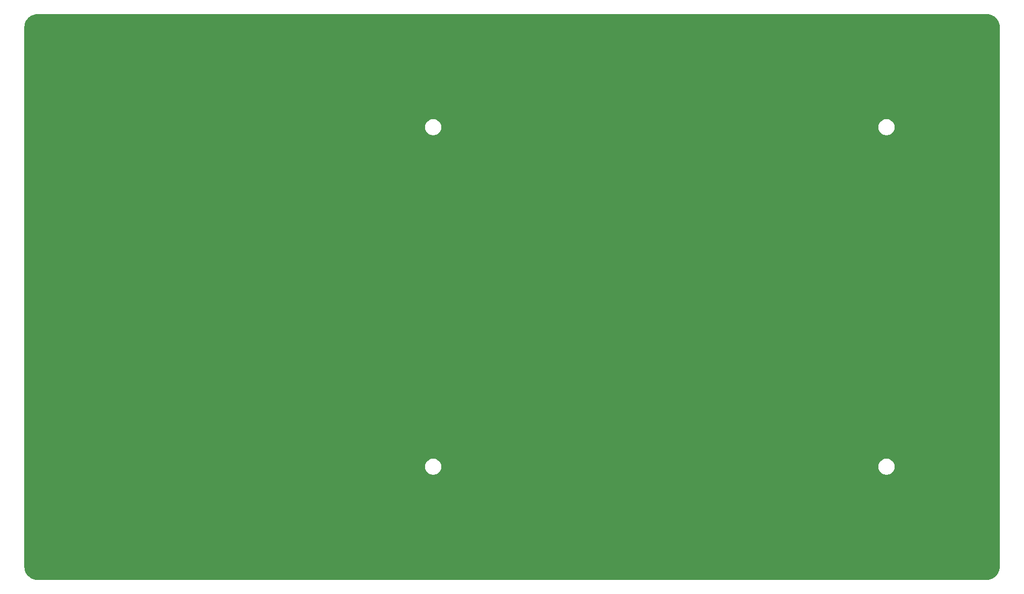
<source format=gbr>
%TF.GenerationSoftware,KiCad,Pcbnew,9.0.5-9.0.5~ubuntu24.04.1*%
%TF.CreationDate,2025-11-03T21:55:38+08:00*%
%TF.ProjectId,TPS,5450532e-6b69-4636-9164-5f7063625858,rev?*%
%TF.SameCoordinates,Original*%
%TF.FileFunction,Copper,L1,Top*%
%TF.FilePolarity,Positive*%
%FSLAX46Y46*%
G04 Gerber Fmt 4.6, Leading zero omitted, Abs format (unit mm)*
G04 Created by KiCad (PCBNEW 9.0.5-9.0.5~ubuntu24.04.1) date 2025-11-03 21:55:38*
%MOMM*%
%LPD*%
G01*
G04 APERTURE LIST*
G04 APERTURE END LIST*
%TA.AperFunction,NonConductor*%
G36*
X200228736Y-29000726D02*
G01*
X200461068Y-29014779D01*
X200469729Y-29015611D01*
X200521126Y-29022377D01*
X200527239Y-29023339D01*
X200729220Y-29060353D01*
X200738960Y-29062547D01*
X200782404Y-29074187D01*
X200787176Y-29075569D01*
X200990605Y-29138961D01*
X201001158Y-29142782D01*
X201028927Y-29154284D01*
X201032340Y-29155757D01*
X201240319Y-29249360D01*
X201253575Y-29256318D01*
X201339020Y-29307971D01*
X201468045Y-29385970D01*
X201480356Y-29394468D01*
X201677636Y-29549027D01*
X201688844Y-29558957D01*
X201866042Y-29736155D01*
X201875972Y-29747363D01*
X202030527Y-29944637D01*
X202039033Y-29956960D01*
X202168680Y-30171422D01*
X202175639Y-30184681D01*
X202269229Y-30392632D01*
X202270714Y-30396071D01*
X202282216Y-30423840D01*
X202286040Y-30434401D01*
X202349421Y-30637795D01*
X202350811Y-30642594D01*
X202362451Y-30686038D01*
X202364645Y-30695778D01*
X202401655Y-30897735D01*
X202402625Y-30903902D01*
X202409385Y-30955249D01*
X202410220Y-30963946D01*
X202424274Y-31196263D01*
X202424500Y-31203751D01*
X202424500Y-122046248D01*
X202424274Y-122053736D01*
X202410220Y-122286052D01*
X202409385Y-122294749D01*
X202402625Y-122346096D01*
X202401655Y-122352263D01*
X202364645Y-122554220D01*
X202362451Y-122563960D01*
X202350811Y-122607404D01*
X202349421Y-122612203D01*
X202286040Y-122815597D01*
X202282216Y-122826158D01*
X202270714Y-122853927D01*
X202269229Y-122857366D01*
X202175639Y-123065317D01*
X202168680Y-123078576D01*
X202039033Y-123293039D01*
X202030527Y-123305362D01*
X201875972Y-123502636D01*
X201866042Y-123513844D01*
X201688844Y-123691042D01*
X201677636Y-123700972D01*
X201480362Y-123855527D01*
X201468039Y-123864033D01*
X201253576Y-123993680D01*
X201240317Y-124000639D01*
X201032366Y-124094229D01*
X201028927Y-124095714D01*
X201001158Y-124107216D01*
X200990597Y-124111040D01*
X200787203Y-124174421D01*
X200782404Y-124175811D01*
X200738960Y-124187451D01*
X200729220Y-124189645D01*
X200527263Y-124226655D01*
X200521096Y-124227625D01*
X200469749Y-124234385D01*
X200461052Y-124235220D01*
X200237202Y-124248761D01*
X200228735Y-124249274D01*
X200221249Y-124249500D01*
X40664751Y-124249500D01*
X40657264Y-124249274D01*
X40647971Y-124248711D01*
X40424946Y-124235220D01*
X40416249Y-124234385D01*
X40364902Y-124227625D01*
X40358735Y-124226655D01*
X40156778Y-124189645D01*
X40147038Y-124187451D01*
X40103594Y-124175811D01*
X40098795Y-124174421D01*
X39895401Y-124111040D01*
X39884840Y-124107216D01*
X39857071Y-124095714D01*
X39853632Y-124094229D01*
X39645681Y-124000639D01*
X39632422Y-123993680D01*
X39417960Y-123864033D01*
X39405637Y-123855527D01*
X39208363Y-123700972D01*
X39197155Y-123691042D01*
X39019957Y-123513844D01*
X39010027Y-123502636D01*
X38855472Y-123305362D01*
X38846970Y-123293045D01*
X38768971Y-123164020D01*
X38717318Y-123078575D01*
X38710359Y-123065316D01*
X38616769Y-122857366D01*
X38615284Y-122853927D01*
X38603782Y-122826158D01*
X38599958Y-122815597D01*
X38565760Y-122705852D01*
X38536569Y-122612176D01*
X38535187Y-122607404D01*
X38523547Y-122563960D01*
X38521353Y-122554220D01*
X38501773Y-122447376D01*
X38484339Y-122352239D01*
X38483377Y-122346126D01*
X38476611Y-122294729D01*
X38475779Y-122286068D01*
X38461726Y-122053736D01*
X38461500Y-122046249D01*
X38461500Y-105093713D01*
X105824500Y-105093713D01*
X105824500Y-105306286D01*
X105857753Y-105516239D01*
X105923444Y-105718414D01*
X106019951Y-105907820D01*
X106144890Y-106079786D01*
X106295213Y-106230109D01*
X106467179Y-106355048D01*
X106467181Y-106355049D01*
X106467184Y-106355051D01*
X106656588Y-106451557D01*
X106858757Y-106517246D01*
X107068713Y-106550500D01*
X107068714Y-106550500D01*
X107281286Y-106550500D01*
X107281287Y-106550500D01*
X107491243Y-106517246D01*
X107693412Y-106451557D01*
X107882816Y-106355051D01*
X107904789Y-106339086D01*
X108054786Y-106230109D01*
X108054788Y-106230106D01*
X108054792Y-106230104D01*
X108205104Y-106079792D01*
X108205106Y-106079788D01*
X108205109Y-106079786D01*
X108330048Y-105907820D01*
X108330047Y-105907820D01*
X108330051Y-105907816D01*
X108426557Y-105718412D01*
X108492246Y-105516243D01*
X108525500Y-105306287D01*
X108525500Y-105093713D01*
X182024500Y-105093713D01*
X182024500Y-105306286D01*
X182057753Y-105516239D01*
X182123444Y-105718414D01*
X182219951Y-105907820D01*
X182344890Y-106079786D01*
X182495213Y-106230109D01*
X182667179Y-106355048D01*
X182667181Y-106355049D01*
X182667184Y-106355051D01*
X182856588Y-106451557D01*
X183058757Y-106517246D01*
X183268713Y-106550500D01*
X183268714Y-106550500D01*
X183481286Y-106550500D01*
X183481287Y-106550500D01*
X183691243Y-106517246D01*
X183893412Y-106451557D01*
X184082816Y-106355051D01*
X184104789Y-106339086D01*
X184254786Y-106230109D01*
X184254788Y-106230106D01*
X184254792Y-106230104D01*
X184405104Y-106079792D01*
X184405106Y-106079788D01*
X184405109Y-106079786D01*
X184530048Y-105907820D01*
X184530047Y-105907820D01*
X184530051Y-105907816D01*
X184626557Y-105718412D01*
X184692246Y-105516243D01*
X184725500Y-105306287D01*
X184725500Y-105093713D01*
X184692246Y-104883757D01*
X184626557Y-104681588D01*
X184530051Y-104492184D01*
X184530049Y-104492181D01*
X184530048Y-104492179D01*
X184405109Y-104320213D01*
X184254786Y-104169890D01*
X184082820Y-104044951D01*
X183893414Y-103948444D01*
X183893413Y-103948443D01*
X183893412Y-103948443D01*
X183691243Y-103882754D01*
X183691241Y-103882753D01*
X183691240Y-103882753D01*
X183529957Y-103857208D01*
X183481287Y-103849500D01*
X183268713Y-103849500D01*
X183220042Y-103857208D01*
X183058760Y-103882753D01*
X182856585Y-103948444D01*
X182667179Y-104044951D01*
X182495213Y-104169890D01*
X182344890Y-104320213D01*
X182219951Y-104492179D01*
X182123444Y-104681585D01*
X182057753Y-104883760D01*
X182024500Y-105093713D01*
X108525500Y-105093713D01*
X108492246Y-104883757D01*
X108426557Y-104681588D01*
X108330051Y-104492184D01*
X108330049Y-104492181D01*
X108330048Y-104492179D01*
X108205109Y-104320213D01*
X108054786Y-104169890D01*
X107882820Y-104044951D01*
X107693414Y-103948444D01*
X107693413Y-103948443D01*
X107693412Y-103948443D01*
X107491243Y-103882754D01*
X107491241Y-103882753D01*
X107491240Y-103882753D01*
X107329957Y-103857208D01*
X107281287Y-103849500D01*
X107068713Y-103849500D01*
X107020042Y-103857208D01*
X106858760Y-103882753D01*
X106656585Y-103948444D01*
X106467179Y-104044951D01*
X106295213Y-104169890D01*
X106144890Y-104320213D01*
X106019951Y-104492179D01*
X105923444Y-104681585D01*
X105857753Y-104883760D01*
X105824500Y-105093713D01*
X38461500Y-105093713D01*
X38461500Y-47943713D01*
X105824500Y-47943713D01*
X105824500Y-48156286D01*
X105857753Y-48366239D01*
X105923444Y-48568414D01*
X106019951Y-48757820D01*
X106144890Y-48929786D01*
X106295213Y-49080109D01*
X106467179Y-49205048D01*
X106467181Y-49205049D01*
X106467184Y-49205051D01*
X106656588Y-49301557D01*
X106858757Y-49367246D01*
X107068713Y-49400500D01*
X107068714Y-49400500D01*
X107281286Y-49400500D01*
X107281287Y-49400500D01*
X107491243Y-49367246D01*
X107693412Y-49301557D01*
X107882816Y-49205051D01*
X107904789Y-49189086D01*
X108054786Y-49080109D01*
X108054788Y-49080106D01*
X108054792Y-49080104D01*
X108205104Y-48929792D01*
X108205106Y-48929788D01*
X108205109Y-48929786D01*
X108330048Y-48757820D01*
X108330047Y-48757820D01*
X108330051Y-48757816D01*
X108426557Y-48568412D01*
X108492246Y-48366243D01*
X108525500Y-48156287D01*
X108525500Y-47943713D01*
X182024500Y-47943713D01*
X182024500Y-48156286D01*
X182057753Y-48366239D01*
X182123444Y-48568414D01*
X182219951Y-48757820D01*
X182344890Y-48929786D01*
X182495213Y-49080109D01*
X182667179Y-49205048D01*
X182667181Y-49205049D01*
X182667184Y-49205051D01*
X182856588Y-49301557D01*
X183058757Y-49367246D01*
X183268713Y-49400500D01*
X183268714Y-49400500D01*
X183481286Y-49400500D01*
X183481287Y-49400500D01*
X183691243Y-49367246D01*
X183893412Y-49301557D01*
X184082816Y-49205051D01*
X184104789Y-49189086D01*
X184254786Y-49080109D01*
X184254788Y-49080106D01*
X184254792Y-49080104D01*
X184405104Y-48929792D01*
X184405106Y-48929788D01*
X184405109Y-48929786D01*
X184530048Y-48757820D01*
X184530047Y-48757820D01*
X184530051Y-48757816D01*
X184626557Y-48568412D01*
X184692246Y-48366243D01*
X184725500Y-48156287D01*
X184725500Y-47943713D01*
X184692246Y-47733757D01*
X184626557Y-47531588D01*
X184530051Y-47342184D01*
X184530049Y-47342181D01*
X184530048Y-47342179D01*
X184405109Y-47170213D01*
X184254786Y-47019890D01*
X184082820Y-46894951D01*
X183893414Y-46798444D01*
X183893413Y-46798443D01*
X183893412Y-46798443D01*
X183691243Y-46732754D01*
X183691241Y-46732753D01*
X183691240Y-46732753D01*
X183529957Y-46707208D01*
X183481287Y-46699500D01*
X183268713Y-46699500D01*
X183220042Y-46707208D01*
X183058760Y-46732753D01*
X182856585Y-46798444D01*
X182667179Y-46894951D01*
X182495213Y-47019890D01*
X182344890Y-47170213D01*
X182219951Y-47342179D01*
X182123444Y-47531585D01*
X182057753Y-47733760D01*
X182024500Y-47943713D01*
X108525500Y-47943713D01*
X108492246Y-47733757D01*
X108426557Y-47531588D01*
X108330051Y-47342184D01*
X108330049Y-47342181D01*
X108330048Y-47342179D01*
X108205109Y-47170213D01*
X108054786Y-47019890D01*
X107882820Y-46894951D01*
X107693414Y-46798444D01*
X107693413Y-46798443D01*
X107693412Y-46798443D01*
X107491243Y-46732754D01*
X107491241Y-46732753D01*
X107491240Y-46732753D01*
X107329957Y-46707208D01*
X107281287Y-46699500D01*
X107068713Y-46699500D01*
X107020042Y-46707208D01*
X106858760Y-46732753D01*
X106656585Y-46798444D01*
X106467179Y-46894951D01*
X106295213Y-47019890D01*
X106144890Y-47170213D01*
X106019951Y-47342179D01*
X105923444Y-47531585D01*
X105857753Y-47733760D01*
X105824500Y-47943713D01*
X38461500Y-47943713D01*
X38461500Y-31203750D01*
X38461726Y-31196263D01*
X38475780Y-30963923D01*
X38476610Y-30955275D01*
X38483379Y-30903861D01*
X38484337Y-30897772D01*
X38521355Y-30695769D01*
X38523547Y-30686038D01*
X38525453Y-30678923D01*
X38535195Y-30642564D01*
X38536560Y-30637850D01*
X38599965Y-30434379D01*
X38603777Y-30423853D01*
X38615307Y-30396017D01*
X38616736Y-30392707D01*
X38710367Y-30184666D01*
X38717312Y-30171433D01*
X38846975Y-29956946D01*
X38855462Y-29944650D01*
X39010034Y-29747354D01*
X39019949Y-29736163D01*
X39197163Y-29558949D01*
X39208354Y-29549034D01*
X39405650Y-29394462D01*
X39417946Y-29385975D01*
X39632433Y-29256312D01*
X39645666Y-29249367D01*
X39853707Y-29155736D01*
X39857017Y-29154307D01*
X39884853Y-29142777D01*
X39895379Y-29138965D01*
X40098850Y-29075560D01*
X40103564Y-29074195D01*
X40147038Y-29062547D01*
X40156769Y-29060355D01*
X40358772Y-29023337D01*
X40364861Y-29022379D01*
X40416275Y-29015610D01*
X40424925Y-29014780D01*
X40657264Y-29000726D01*
X40664751Y-29000500D01*
X200221249Y-29000500D01*
X200228736Y-29000726D01*
G37*
%TD.AperFunction*%
M02*

</source>
